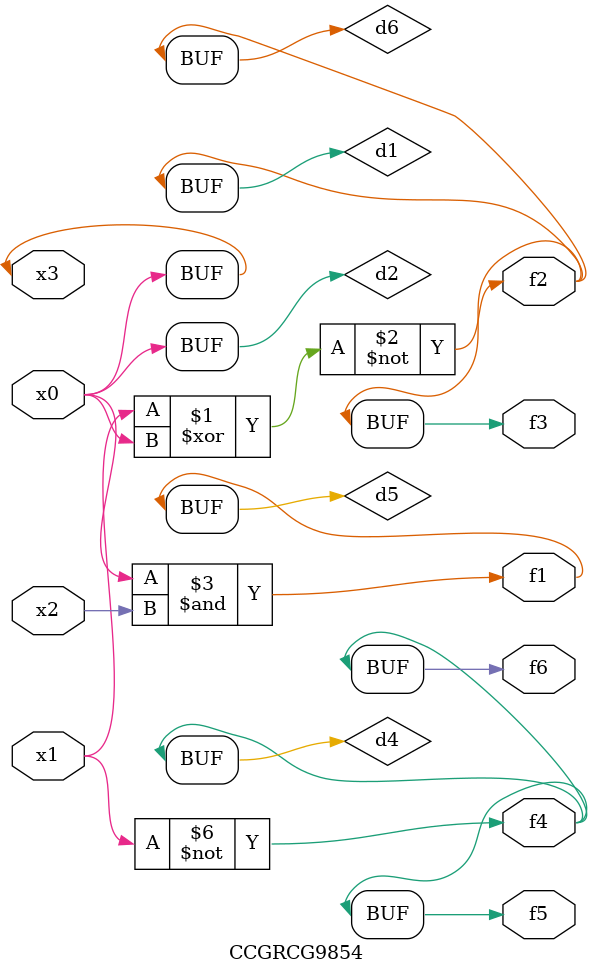
<source format=v>
module CCGRCG9854(
	input x0, x1, x2, x3,
	output f1, f2, f3, f4, f5, f6
);

	wire d1, d2, d3, d4, d5, d6;

	xnor (d1, x1, x3);
	buf (d2, x0, x3);
	nand (d3, x0, x2);
	not (d4, x1);
	nand (d5, d3);
	or (d6, d1);
	assign f1 = d5;
	assign f2 = d6;
	assign f3 = d6;
	assign f4 = d4;
	assign f5 = d4;
	assign f6 = d4;
endmodule

</source>
